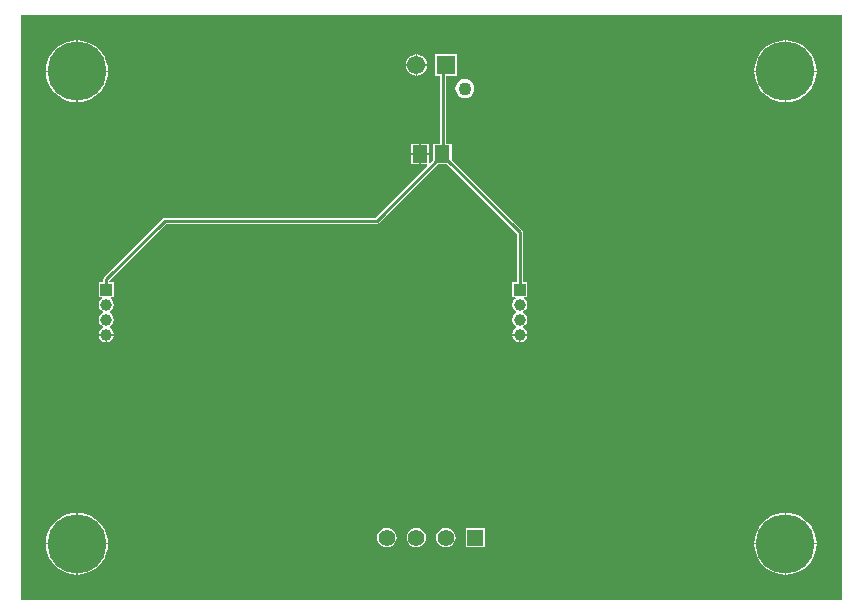
<source format=gtl>
G04*
G04 #@! TF.GenerationSoftware,Altium Limited,Altium Designer,22.0.2 (36)*
G04*
G04 Layer_Physical_Order=1*
G04 Layer_Color=255*
%FSLAX25Y25*%
%MOIN*%
G70*
G04*
G04 #@! TF.SameCoordinates,C8DBB3BB-A4ED-42FA-9C2E-8EE4AE36241F*
G04*
G04*
G04 #@! TF.FilePolarity,Positive*
G04*
G01*
G75*
%ADD10C,0.01000*%
%ADD12R,0.05118X0.05906*%
%ADD14C,0.05512*%
%ADD15R,0.05512X0.05512*%
%ADD16R,0.06102X0.06102*%
%ADD17C,0.06102*%
%ADD18C,0.04331*%
%ADD22C,0.19685*%
%ADD23R,0.03937X0.03937*%
%ADD24C,0.03937*%
G36*
X136872Y-97622D02*
X-136872D01*
Y97622D01*
X136872D01*
Y-97622D01*
D02*
G37*
%LPC*%
G36*
X-4671Y84356D02*
Y81057D01*
X-1372D01*
X-1462Y81734D01*
X-1819Y82598D01*
X-2389Y83340D01*
X-3130Y83909D01*
X-3994Y84267D01*
X-4671Y84356D01*
D02*
G37*
G36*
X-5171D02*
X-5848Y84267D01*
X-6712Y83909D01*
X-7454Y83340D01*
X-8023Y82598D01*
X-8381Y81734D01*
X-8470Y81057D01*
X-5171D01*
Y84356D01*
D02*
G37*
G36*
X118360Y89095D02*
Y78990D01*
X128465D01*
X128357Y80363D01*
X127977Y81946D01*
X127354Y83450D01*
X126503Y84838D01*
X125446Y86076D01*
X124208Y87133D01*
X122820Y87984D01*
X121316Y88607D01*
X119733Y88987D01*
X118360Y89095D01*
D02*
G37*
G36*
X117860D02*
X116487Y88987D01*
X114904Y88607D01*
X113400Y87984D01*
X112012Y87133D01*
X110774Y86076D01*
X109717Y84838D01*
X108867Y83450D01*
X108244Y81946D01*
X107863Y80363D01*
X107755Y78990D01*
X117860D01*
Y89095D01*
D02*
G37*
G36*
X-117860D02*
Y78990D01*
X-107755D01*
X-107863Y80363D01*
X-108244Y81946D01*
X-108867Y83450D01*
X-109717Y84838D01*
X-110774Y86076D01*
X-112012Y87133D01*
X-113400Y87984D01*
X-114904Y88607D01*
X-116487Y88987D01*
X-117860Y89095D01*
D02*
G37*
G36*
X-118360D02*
X-119733Y88987D01*
X-121316Y88607D01*
X-122820Y87984D01*
X-124208Y87133D01*
X-125446Y86076D01*
X-126503Y84838D01*
X-127354Y83450D01*
X-127977Y81946D01*
X-128357Y80363D01*
X-128465Y78990D01*
X-118360D01*
Y89095D01*
D02*
G37*
G36*
X-1372Y80557D02*
X-4671D01*
Y77258D01*
X-3994Y77347D01*
X-3130Y77705D01*
X-2389Y78274D01*
X-1819Y79016D01*
X-1462Y79880D01*
X-1372Y80557D01*
D02*
G37*
G36*
X-5171D02*
X-8470D01*
X-8381Y79880D01*
X-8023Y79016D01*
X-7454Y78274D01*
X-6712Y77705D01*
X-5848Y77347D01*
X-5171Y77258D01*
Y80557D01*
D02*
G37*
G36*
X11220Y76126D02*
X10394Y76017D01*
X9624Y75698D01*
X8963Y75191D01*
X8456Y74529D01*
X8137Y73759D01*
X8028Y72933D01*
X8137Y72107D01*
X8456Y71337D01*
X8963Y70675D01*
X9624Y70168D01*
X10394Y69849D01*
X11220Y69740D01*
X12047Y69849D01*
X12817Y70168D01*
X13478Y70675D01*
X13985Y71337D01*
X14304Y72107D01*
X14413Y72933D01*
X14304Y73759D01*
X13985Y74529D01*
X13478Y75191D01*
X12817Y75698D01*
X12047Y76017D01*
X11220Y76126D01*
D02*
G37*
G36*
X128465Y78490D02*
X118360D01*
Y68385D01*
X119733Y68493D01*
X121316Y68873D01*
X122820Y69496D01*
X124208Y70347D01*
X125446Y71404D01*
X126503Y72642D01*
X127354Y74030D01*
X127977Y75534D01*
X128357Y77117D01*
X128465Y78490D01*
D02*
G37*
G36*
X117860D02*
X107755D01*
X107863Y77117D01*
X108244Y75534D01*
X108867Y74030D01*
X109717Y72642D01*
X110774Y71404D01*
X112012Y70347D01*
X113400Y69496D01*
X114904Y68873D01*
X116487Y68493D01*
X117860Y68385D01*
Y78490D01*
D02*
G37*
G36*
X-107755D02*
X-117860D01*
Y68385D01*
X-116487Y68493D01*
X-114904Y68873D01*
X-113400Y69496D01*
X-112012Y70347D01*
X-110774Y71404D01*
X-109717Y72642D01*
X-108867Y74030D01*
X-108244Y75534D01*
X-107863Y77117D01*
X-107755Y78490D01*
D02*
G37*
G36*
X-118360D02*
X-128465D01*
X-128357Y77117D01*
X-127977Y75534D01*
X-127354Y74030D01*
X-126503Y72642D01*
X-125446Y71404D01*
X-124208Y70347D01*
X-122820Y69496D01*
X-121316Y68873D01*
X-119733Y68493D01*
X-118360Y68385D01*
Y78490D01*
D02*
G37*
G36*
X-681Y54636D02*
X-3490D01*
Y51433D01*
X-681D01*
Y54636D01*
D02*
G37*
G36*
X-3990D02*
X-6799D01*
Y51433D01*
X-3990D01*
Y54636D01*
D02*
G37*
G36*
X8472Y84358D02*
X1370D01*
Y77256D01*
X2980D01*
Y54636D01*
X681D01*
Y49172D01*
X-219Y48272D01*
X-681Y48463D01*
Y50933D01*
X-3490D01*
Y47730D01*
X-1414D01*
X-1223Y47268D01*
X-18518Y29973D01*
X-88688D01*
X-89078Y29896D01*
X-89409Y29675D01*
X-108989Y10095D01*
X-109210Y9764D01*
X-109287Y9374D01*
Y8374D01*
X-110736D01*
Y3437D01*
X-109822D01*
X-109671Y2937D01*
X-110047Y2685D01*
X-110593Y1869D01*
X-110785Y905D01*
X-110593Y-58D01*
X-110047Y-874D01*
X-109385Y-1317D01*
X-109371Y-1358D01*
Y-1831D01*
X-109385Y-1872D01*
X-110047Y-2315D01*
X-110593Y-3131D01*
X-110785Y-4095D01*
X-110593Y-5058D01*
X-110047Y-5874D01*
X-109385Y-6317D01*
X-109371Y-6358D01*
Y-6831D01*
X-109385Y-6872D01*
X-110047Y-7315D01*
X-110593Y-8131D01*
X-110735Y-8845D01*
X-108268D01*
X-105801D01*
X-105942Y-8131D01*
X-106488Y-7315D01*
X-107150Y-6872D01*
X-107164Y-6831D01*
Y-6358D01*
X-107150Y-6317D01*
X-106488Y-5874D01*
X-105942Y-5058D01*
X-105751Y-4095D01*
X-105942Y-3131D01*
X-106488Y-2315D01*
X-107150Y-1872D01*
X-107164Y-1831D01*
Y-1358D01*
X-107150Y-1317D01*
X-106488Y-874D01*
X-105942Y-58D01*
X-105751Y905D01*
X-105942Y1869D01*
X-106488Y2685D01*
X-106865Y2937D01*
X-106713Y3437D01*
X-105799D01*
Y8374D01*
X-107248D01*
Y8952D01*
X-88266Y27934D01*
X-18095D01*
X-17705Y28012D01*
X-17375Y28233D01*
X2123Y47730D01*
X5357D01*
X28508Y24580D01*
Y8374D01*
X27059D01*
Y3437D01*
X27973D01*
X28125Y2937D01*
X27748Y2685D01*
X27202Y1869D01*
X27011Y905D01*
X27202Y-58D01*
X27748Y-874D01*
X28410Y-1317D01*
X28424Y-1358D01*
Y-1831D01*
X28410Y-1872D01*
X27748Y-2315D01*
X27202Y-3131D01*
X27011Y-4095D01*
X27202Y-5058D01*
X27748Y-5874D01*
X28410Y-6317D01*
X28424Y-6358D01*
Y-6831D01*
X28410Y-6872D01*
X27748Y-7315D01*
X27202Y-8131D01*
X27060Y-8845D01*
X29528D01*
X31995D01*
X31853Y-8131D01*
X31307Y-7315D01*
X30645Y-6872D01*
X30631Y-6831D01*
Y-6358D01*
X30645Y-6317D01*
X31307Y-5874D01*
X31853Y-5058D01*
X32044Y-4095D01*
X31853Y-3131D01*
X31307Y-2315D01*
X30645Y-1872D01*
X30631Y-1831D01*
Y-1358D01*
X30645Y-1317D01*
X31307Y-874D01*
X31853Y-58D01*
X32044Y905D01*
X31853Y1869D01*
X31307Y2685D01*
X30930Y2937D01*
X31082Y3437D01*
X31996D01*
Y8374D01*
X30547D01*
Y25002D01*
X30470Y25392D01*
X30248Y25723D01*
X6799Y49172D01*
Y54636D01*
X5020D01*
Y77256D01*
X8472D01*
Y84358D01*
D02*
G37*
G36*
X-3990Y50933D02*
X-6799D01*
Y47730D01*
X-3990D01*
Y50933D01*
D02*
G37*
G36*
X31995Y-9345D02*
X29778D01*
Y-11562D01*
X30491Y-11420D01*
X31307Y-10874D01*
X31853Y-10058D01*
X31995Y-9345D01*
D02*
G37*
G36*
X-105801D02*
X-108018D01*
Y-11562D01*
X-107305Y-11420D01*
X-106488Y-10874D01*
X-105942Y-10058D01*
X-105801Y-9345D01*
D02*
G37*
G36*
X29278D02*
X27060D01*
X27202Y-10058D01*
X27748Y-10874D01*
X28564Y-11420D01*
X29278Y-11562D01*
Y-9345D01*
D02*
G37*
G36*
X-108518D02*
X-110735D01*
X-110593Y-10058D01*
X-110047Y-10874D01*
X-109231Y-11420D01*
X-108518Y-11562D01*
Y-9345D01*
D02*
G37*
G36*
X118360Y-68385D02*
Y-78490D01*
X128465D01*
X128357Y-77117D01*
X127977Y-75534D01*
X127354Y-74030D01*
X126503Y-72642D01*
X125446Y-71404D01*
X124208Y-70347D01*
X122820Y-69496D01*
X121316Y-68873D01*
X119733Y-68493D01*
X118360Y-68385D01*
D02*
G37*
G36*
X117860D02*
X116487Y-68493D01*
X114904Y-68873D01*
X113400Y-69496D01*
X112012Y-70347D01*
X110774Y-71404D01*
X109717Y-72642D01*
X108867Y-74030D01*
X108244Y-75534D01*
X107863Y-77117D01*
X107755Y-78490D01*
X117860D01*
Y-68385D01*
D02*
G37*
G36*
X-117860D02*
Y-78490D01*
X-107755D01*
X-107863Y-77117D01*
X-108244Y-75534D01*
X-108867Y-74030D01*
X-109717Y-72642D01*
X-110774Y-71404D01*
X-112012Y-70347D01*
X-113400Y-69496D01*
X-114904Y-68873D01*
X-116487Y-68493D01*
X-117860Y-68385D01*
D02*
G37*
G36*
X-118360D02*
X-119733Y-68493D01*
X-121316Y-68873D01*
X-122820Y-69496D01*
X-124208Y-70347D01*
X-125446Y-71404D01*
X-126503Y-72642D01*
X-127354Y-74030D01*
X-127977Y-75534D01*
X-128357Y-77117D01*
X-128465Y-78490D01*
X-118360D01*
Y-68385D01*
D02*
G37*
G36*
X18020Y-73417D02*
X11508D01*
Y-79929D01*
X18020D01*
Y-73417D01*
D02*
G37*
G36*
X4921Y-73389D02*
X4071Y-73501D01*
X3279Y-73829D01*
X2599Y-74351D01*
X2077Y-75031D01*
X1749Y-75823D01*
X1637Y-76673D01*
X1749Y-77523D01*
X2077Y-78315D01*
X2599Y-78995D01*
X3279Y-79517D01*
X4071Y-79845D01*
X4921Y-79957D01*
X5771Y-79845D01*
X6563Y-79517D01*
X7243Y-78995D01*
X7765Y-78315D01*
X8093Y-77523D01*
X8205Y-76673D01*
X8093Y-75823D01*
X7765Y-75031D01*
X7243Y-74351D01*
X6563Y-73829D01*
X5771Y-73501D01*
X4921Y-73389D01*
D02*
G37*
G36*
X-4921D02*
X-5771Y-73501D01*
X-6563Y-73829D01*
X-7243Y-74351D01*
X-7765Y-75031D01*
X-8093Y-75823D01*
X-8205Y-76673D01*
X-8093Y-77523D01*
X-7765Y-78315D01*
X-7243Y-78995D01*
X-6563Y-79517D01*
X-5771Y-79845D01*
X-4921Y-79957D01*
X-4071Y-79845D01*
X-3279Y-79517D01*
X-2599Y-78995D01*
X-2077Y-78315D01*
X-1749Y-77523D01*
X-1637Y-76673D01*
X-1749Y-75823D01*
X-2077Y-75031D01*
X-2599Y-74351D01*
X-3279Y-73829D01*
X-4071Y-73501D01*
X-4921Y-73389D01*
D02*
G37*
G36*
X-14764D02*
X-15614Y-73501D01*
X-16406Y-73829D01*
X-17086Y-74351D01*
X-17608Y-75031D01*
X-17936Y-75823D01*
X-18048Y-76673D01*
X-17936Y-77523D01*
X-17608Y-78315D01*
X-17086Y-78995D01*
X-16406Y-79517D01*
X-15614Y-79845D01*
X-14764Y-79957D01*
X-13914Y-79845D01*
X-13122Y-79517D01*
X-12442Y-78995D01*
X-11920Y-78315D01*
X-11592Y-77523D01*
X-11480Y-76673D01*
X-11592Y-75823D01*
X-11920Y-75031D01*
X-12442Y-74351D01*
X-13122Y-73829D01*
X-13914Y-73501D01*
X-14764Y-73389D01*
D02*
G37*
G36*
X128465Y-78990D02*
X118360D01*
Y-89095D01*
X119733Y-88987D01*
X121316Y-88607D01*
X122820Y-87984D01*
X124208Y-87133D01*
X125446Y-86076D01*
X126503Y-84838D01*
X127354Y-83450D01*
X127977Y-81946D01*
X128357Y-80363D01*
X128465Y-78990D01*
D02*
G37*
G36*
X117860D02*
X107755D01*
X107863Y-80363D01*
X108244Y-81946D01*
X108867Y-83450D01*
X109717Y-84838D01*
X110774Y-86076D01*
X112012Y-87133D01*
X113400Y-87984D01*
X114904Y-88607D01*
X116487Y-88987D01*
X117860Y-89095D01*
Y-78990D01*
D02*
G37*
G36*
X-107755D02*
X-117860D01*
Y-89095D01*
X-116487Y-88987D01*
X-114904Y-88607D01*
X-113400Y-87984D01*
X-112012Y-87133D01*
X-110774Y-86076D01*
X-109717Y-84838D01*
X-108867Y-83450D01*
X-108244Y-81946D01*
X-107863Y-80363D01*
X-107755Y-78990D01*
D02*
G37*
G36*
X-118360D02*
X-128465D01*
X-128357Y-80363D01*
X-127977Y-81946D01*
X-127354Y-83450D01*
X-126503Y-84838D01*
X-125446Y-86076D01*
X-124208Y-87133D01*
X-122820Y-87984D01*
X-121316Y-88607D01*
X-119733Y-88987D01*
X-118360Y-89095D01*
Y-78990D01*
D02*
G37*
%LPD*%
D10*
X29528Y5906D02*
Y25002D01*
X3740Y50789D02*
X29528Y25002D01*
X4000Y51183D02*
Y79886D01*
X-18095Y28954D02*
X3740Y50789D01*
Y51183D01*
X4000Y79886D02*
X4921Y80807D01*
X-88688Y28954D02*
X-18095D01*
X-108268Y9374D02*
X-88688Y28954D01*
X-108268Y5906D02*
Y9374D01*
D12*
X-3740Y51183D02*
D03*
X3740D02*
D03*
D14*
X-14764Y-76673D02*
D03*
X-4921D02*
D03*
X4921D02*
D03*
D15*
X14764D02*
D03*
D16*
X4921Y80807D02*
D03*
D17*
X-4921D02*
D03*
D18*
X11220Y72933D02*
D03*
D22*
X-118110Y78740D02*
D03*
X118110D02*
D03*
X-118110Y-78740D02*
D03*
X118110D02*
D03*
D23*
X-108268Y5906D02*
D03*
X29528D02*
D03*
D24*
X-108268Y905D02*
D03*
Y-4095D02*
D03*
Y-9094D02*
D03*
X29528Y905D02*
D03*
Y-4095D02*
D03*
Y-9094D02*
D03*
M02*

</source>
